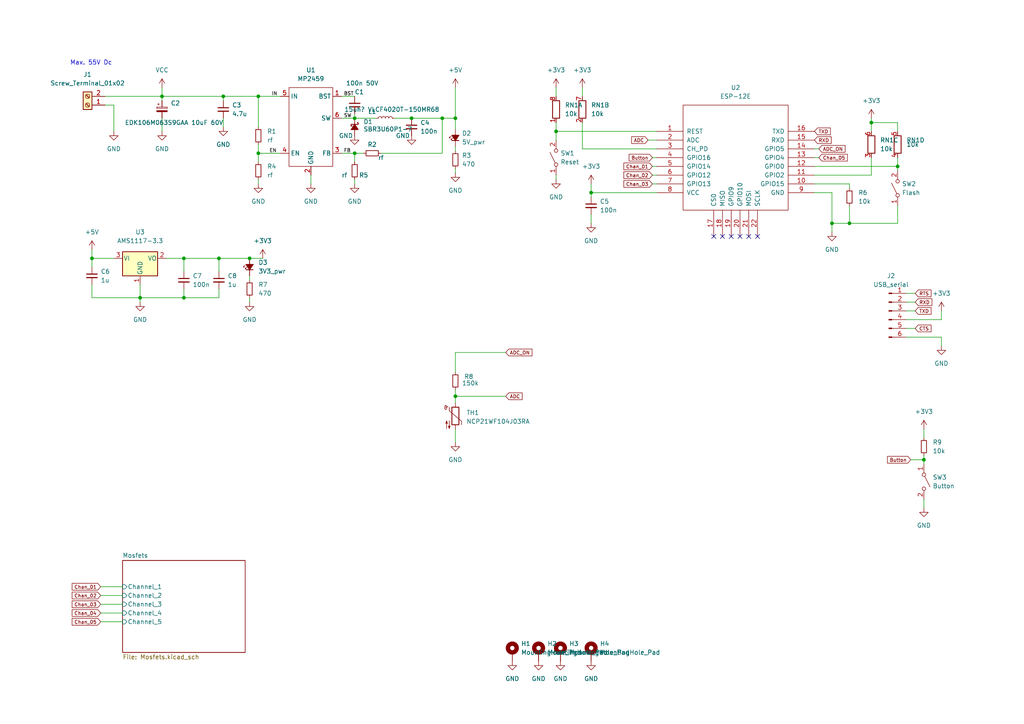
<source format=kicad_sch>
(kicad_sch (version 20230121) (generator eeschema)
  (paper "A4")
  (lib_symbols
    (symbol "Connector:Conn_01x06_Male" (pin_names (offset 1.016) hide)
      (property "Reference" "J" (at 0 7.62 0))
      (property "Value" "Conn_01x06_Male" (at 0 -10.16 0))
      (symbol "Conn_01x06_Male_1_1"
        (polyline (pts (xy 1.27 -7.62) (xy 0.8636 -7.62)) (stroke (width 0.1524)))
        (polyline (pts (xy 1.27 -5.08) (xy 0.8636 -5.08)) (stroke (width 0.1524)))
        (polyline (pts (xy 1.27 -2.54) (xy 0.8636 -2.54)) (stroke (width 0.1524)))
        (polyline (pts (xy 1.27 0) (xy 0.8636 0)) (stroke (width 0.1524)))
        (polyline (pts (xy 1.27 2.54) (xy 0.8636 2.54)) (stroke (width 0.1524)))
        (polyline (pts (xy 1.27 5.08) (xy 0.8636 5.08)) (stroke (width 0.1524)))
        (rectangle (start 0.8636 -7.493) (end 0 -7.747) (stroke (width 0.1524)) (fill (type outline)))
        (rectangle (start 0.8636 -4.953) (end 0 -5.207) (stroke (width 0.1524)) (fill (type outline)))
        (rectangle (start 0.8636 -2.413) (end 0 -2.667) (stroke (width 0.1524)) (fill (type outline)))
        (rectangle (start 0.8636 0.127) (end 0 -0.127) (stroke (width 0.1524)) (fill (type outline)))
        (rectangle (start 0.8636 2.667) (end 0 2.413) (stroke (width 0.1524)) (fill (type outline)))
        (rectangle (start 0.8636 5.207) (end 0 4.953) (stroke (width 0.1524)) (fill (type outline)))
        (pin passive line (at 5.08 5.08 180) (length 3.81) (name "Pin_1") (number "1"))
        (pin passive line (at 5.08 2.54 180) (length 3.81) (name "Pin_2") (number "2"))
        (pin passive line (at 5.08 0 180) (length 3.81) (name "Pin_3") (number "3"))
        (pin passive line (at 5.08 -2.54 180) (length 3.81) (name "Pin_4") (number "4"))
        (pin passive line (at 5.08 -5.08 180) (length 3.81) (name "Pin_5") (number "5"))
        (pin passive line (at 5.08 -7.62 180) (length 3.81) (name "Pin_6") (number "6"))
      )
    )
    (symbol "Connector:Screw_Terminal_01x02" (pin_names (offset 1.016) hide)
      (property "Reference" "J" (at 0 2.54 0))
      (property "Value" "Screw_Terminal_01x02" (at 0 -5.08 0))
      (symbol "Screw_Terminal_01x02_1_1"
        (rectangle (start -1.27 1.27) (end 1.27 -3.81) (stroke (width 0.254)) (fill (type background)))
        (circle (center 0 -2.54) (radius 0.635) (stroke (width 0.1524)))
        (polyline (pts (xy -0.5334 -2.2098) (xy 0.3302 -3.048)) (stroke (width 0.1524)))
        (polyline (pts (xy -0.5334 0.3302) (xy 0.3302 -0.508)) (stroke (width 0.1524)))
        (polyline (pts (xy -0.3556 -2.032) (xy 0.508 -2.8702)) (stroke (width 0.1524)))
        (polyline (pts (xy -0.3556 0.508) (xy 0.508 -0.3302)) (stroke (width 0.1524)))
        (circle (center 0 0) (radius 0.635) (stroke (width 0.1524)))
        (pin passive line (at -5.08 0 0) (length 3.81) (name "Pin_1") (number "1"))
        (pin passive line (at -5.08 -2.54 0) (length 3.81) (name "Pin_2") (number "2"))
      )
    )
    (symbol "Device:C_Polarized_Small" (pin_numbers hide) (pin_names (offset 0.254) hide)
      (property "Reference" "C" (at 0.254 1.778 0))
      (property "Value" "C_Polarized_Small" (at 0.254 -2.032 0))
      (symbol "C_Polarized_Small_0_1"
        (rectangle (start -1.524 -0.3048) (end 1.524 -0.6858) (fill (type outline)))
        (rectangle (start -1.524 0.6858) (end 1.524 0.3048))
        (polyline (pts (xy -1.27 1.524) (xy -0.762 1.524)))
        (polyline (pts (xy -1.016 1.27) (xy -1.016 1.778)))
      )
      (symbol "C_Polarized_Small_1_1"
        (pin passive line (at 0 2.54 270) (length 1.8542) (name "~") (number "1"))
        (pin passive line (at 0 -2.54 90) (length 1.8542) (name "~") (number "2"))
      )
    )
    (symbol "Device:C_Small" (pin_numbers hide) (pin_names (offset 0.254) hide)
      (property "Reference" "C" (at 0.254 1.778 0))
      (property "Value" "C_Small" (at 0.254 -2.032 0))
      (symbol "C_Small_0_1"
        (polyline (pts (xy -1.524 -0.508) (xy 1.524 -0.508)) (stroke (width 0.3302)))
        (polyline (pts (xy -1.524 0.508) (xy 1.524 0.508)) (stroke (width 0.3048)))
      )
      (symbol "C_Small_1_1"
        (pin passive line (at 0 2.54 270) (length 2.032) (name "~") (number "1"))
        (pin passive line (at 0 -2.54 90) (length 2.032) (name "~") (number "2"))
      )
    )
    (symbol "Device:D_Schottky_Small_Filled" (pin_numbers hide) (pin_names (offset 0.254) hide)
      (property "Reference" "D" (at -1.27 2.032 0))
      (property "Value" "D_Schottky_Small_Filled" (at -7.112 -2.032 0))
      (symbol "D_Schottky_Small_Filled_0_1"
        (polyline (pts (xy -0.762 0) (xy 0.762 0)))
        (polyline (pts (xy 0.762 -1.016) (xy -0.762 0) (xy 0.762 1.016) (xy 0.762 -1.016)) (stroke (width 0.254)) (fill (type outline)))
        (polyline (pts (xy -1.27 0.762) (xy -1.27 1.016) (xy -0.762 1.016) (xy -0.762 -1.016) (xy -0.254 -1.016) (xy -0.254 -0.762)) (stroke (width 0.254)))
      )
      (symbol "D_Schottky_Small_Filled_1_1"
        (pin passive line (at -2.54 0 0) (length 1.778) (name "K") (number "1"))
        (pin passive line (at 2.54 0 180) (length 1.778) (name "A") (number "2"))
      )
    )
    (symbol "Device:LED_Small_Filled" (pin_numbers hide) (pin_names (offset 0.254) hide)
      (property "Reference" "D" (at -1.27 3.175 0))
      (property "Value" "LED_Small_Filled" (at -4.445 -2.54 0))
      (symbol "LED_Small_Filled_0_1"
        (polyline (pts (xy -0.762 -1.016) (xy -0.762 1.016)) (stroke (width 0.254)))
        (polyline (pts (xy 1.016 0) (xy -0.762 0)))
        (polyline (pts (xy 0.762 -1.016) (xy -0.762 0) (xy 0.762 1.016) (xy 0.762 -1.016)) (stroke (width 0.254)) (fill (type outline)))
        (polyline (pts (xy 0 0.762) (xy -0.508 1.27) (xy -0.254 1.27) (xy -0.508 1.27) (xy -0.508 1.016)))
        (polyline (pts (xy 0.508 1.27) (xy 0 1.778) (xy 0.254 1.778) (xy 0 1.778) (xy 0 1.524)))
      )
      (symbol "LED_Small_Filled_1_1"
        (pin passive line (at -2.54 0 0) (length 1.778) (name "K") (number "1"))
        (pin passive line (at 2.54 0 180) (length 1.778) (name "A") (number "2"))
      )
    )
    (symbol "Device:L_Small" (pin_numbers hide) (pin_names (offset 0.254) hide)
      (property "Reference" "L" (at 0.762 1.016 0))
      (property "Value" "L_Small" (at 0.762 -1.016 0))
      (symbol "L_Small_0_1"
        (arc (start 0 -2.032) (mid 0.5058 -1.524) (end 0 -1.016))
        (arc (start 0 -1.016) (mid 0.5058 -0.508) (end 0 0))
        (arc (start 0 0) (mid 0.5058 0.508) (end 0 1.016))
        (arc (start 0 1.016) (mid 0.5058 1.524) (end 0 2.032))
      )
      (symbol "L_Small_1_1"
        (pin passive line (at 0 2.54 270) (length 0.508) (name "~") (number "1"))
        (pin passive line (at 0 -2.54 90) (length 0.508) (name "~") (number "2"))
      )
    )
    (symbol "Device:R_Pack04_Split" (pin_names (offset 0) hide)
      (property "Reference" "RN" (at 2.032 0 90))
      (property "Value" "R_Pack04_Split" (at 0 0 90))
      (symbol "R_Pack04_Split_0_1"
        (rectangle (start 1.016 2.54) (end -1.016 -2.54) (stroke (width 0.254)))
      )
      (symbol "R_Pack04_Split_1_1"
        (pin passive line (at 0 -3.81 90) (length 1.27) (name "R1.1") (number "1"))
        (pin passive line (at 0 3.81 270) (length 1.27) (name "R1.2") (number "8"))
      )
      (symbol "R_Pack04_Split_2_1"
        (pin passive line (at 0 -3.81 90) (length 1.27) (name "R2.1") (number "2"))
        (pin passive line (at 0 3.81 270) (length 1.27) (name "R2.2") (number "7"))
      )
      (symbol "R_Pack04_Split_3_1"
        (pin passive line (at 0 -3.81 90) (length 1.27) (name "R3.1") (number "3"))
        (pin passive line (at 0 3.81 270) (length 1.27) (name "R3.2") (number "6"))
      )
      (symbol "R_Pack04_Split_4_1"
        (pin passive line (at 0 -3.81 90) (length 1.27) (name "R4.1") (number "4"))
        (pin passive line (at 0 3.81 270) (length 1.27) (name "R4.2") (number "5"))
      )
    )
    (symbol "Device:R_Small" (pin_numbers hide) (pin_names (offset 0.254) hide)
      (property "Reference" "R" (at 0.762 0.508 0))
      (property "Value" "R_Small" (at 0.762 -1.016 0))
      (symbol "R_Small_0_1"
        (rectangle (start -0.762 1.778) (end 0.762 -1.778) (stroke (width 0.2032)))
      )
      (symbol "R_Small_1_1"
        (pin passive line (at 0 2.54 270) (length 0.762) (name "~") (number "1"))
        (pin passive line (at 0 -2.54 90) (length 0.762) (name "~") (number "2"))
      )
    )
    (symbol "Device:Thermistor_NTC" (pin_numbers hide) (pin_names (offset 0))
      (property "Reference" "TH" (at -4.445 0 90))
      (property "Value" "Thermistor_NTC" (at 3.175 0 90))
      (symbol "Thermistor_NTC_0_1"
        (arc (start -3.048 2.159) (mid -3.0495 2.3143) (end -3.175 2.413))
        (arc (start -3.048 2.159) (mid -2.9736 1.9794) (end -2.794 1.905))
        (arc (start -3.048 2.794) (mid -2.9736 2.6144) (end -2.794 2.54))
        (arc (start -2.794 1.905) (mid -2.6144 1.9794) (end -2.54 2.159))
        (arc (start -2.794 2.54) (mid -2.4393 2.5587) (end -2.159 2.794))
        (arc (start -2.794 3.048) (mid -2.9736 2.9736) (end -3.048 2.794))
        (arc (start -2.54 2.794) (mid -2.6144 2.9736) (end -2.794 3.048))
        (rectangle (start -1.016 2.54) (end 1.016 -2.54) (stroke (width 0.254)))
        (polyline (pts (xy -2.54 2.159) (xy -2.54 2.794)))
        (polyline (pts (xy -1.778 2.54) (xy -1.778 1.524) (xy 1.778 -1.524) (xy 1.778 -2.54)))
        (polyline (pts (xy -2.54 -3.683) (xy -2.54 -1.397) (xy -2.794 -2.159) (xy -2.286 -2.159) (xy -2.54 -1.397) (xy -2.54 -1.651)) (fill (type outline)))
        (polyline (pts (xy -1.778 -1.397) (xy -1.778 -3.683) (xy -2.032 -2.921) (xy -1.524 -2.921) (xy -1.778 -3.683) (xy -1.778 -3.429)) (fill (type outline)))
      )
      (symbol "Thermistor_NTC_1_1"
        (pin passive line (at 0 3.81 270) (length 1.27) (name "~") (number "1"))
        (pin passive line (at 0 -3.81 90) (length 1.27) (name "~") (number "2"))
      )
    )
    (symbol "ESP8266:ESP-12E" (pin_names (offset 1.016))
      (property "Reference" "U" (at 0 -2.54 0))
      (property "Value" "ESP-12E" (at 0 2.54 0))
      (symbol "ESP-12E_1_0"
        (rectangle (start -15.24 -15.24) (end 15.24 15.24))
      )
      (symbol "ESP-12E_1_1"
        (pin input line (at -22.86 7.62 0) (length 7.62) (name "REST") (number "1"))
        (pin bidirectional line (at 22.86 -7.62 180) (length 7.62) (name "GPIO15") (number "10"))
        (pin bidirectional line (at 22.86 -5.08 180) (length 7.62) (name "GPIO2") (number "11"))
        (pin bidirectional line (at 22.86 -2.54 180) (length 7.62) (name "GPIO0") (number "12"))
        (pin bidirectional line (at 22.86 0 180) (length 7.62) (name "GPIO4") (number "13"))
        (pin bidirectional line (at 22.86 2.54 180) (length 7.62) (name "GPIO5") (number "14"))
        (pin input line (at 22.86 5.08 180) (length 7.62) (name "RXD") (number "15"))
        (pin output line (at 22.86 7.62 180) (length 7.62) (name "TXD") (number "16"))
        (pin bidirectional line (at -6.35 -22.86 90) (length 7.62) (name "CS0") (number "17"))
        (pin bidirectional line (at -3.81 -22.86 90) (length 7.62) (name "MISO") (number "18"))
        (pin bidirectional line (at -1.27 -22.86 90) (length 7.62) (name "GPIO9") (number "19"))
        (pin passive line (at -22.86 5.08 0) (length 7.62) (name "ADC") (number "2"))
        (pin bidirectional line (at 1.27 -22.86 90) (length 7.62) (name "GPIO10") (number "20"))
        (pin bidirectional line (at 3.81 -22.86 90) (length 7.62) (name "MOSI") (number "21"))
        (pin bidirectional line (at 6.35 -22.86 90) (length 7.62) (name "SCLK") (number "22"))
        (pin input line (at -22.86 2.54 0) (length 7.62) (name "CH_PD") (number "3"))
        (pin bidirectional line (at -22.86 0 0) (length 7.62) (name "GPIO16") (number "4"))
        (pin bidirectional line (at -22.86 -2.54 0) (length 7.62) (name "GPIO14") (number "5"))
        (pin bidirectional line (at -22.86 -5.08 0) (length 7.62) (name "GPIO12") (number "6"))
        (pin bidirectional line (at -22.86 -7.62 0) (length 7.62) (name "GPIO13") (number "7"))
        (pin power_in line (at -22.86 -10.16 0) (length 7.62) (name "VCC") (number "8"))
        (pin power_in line (at 22.86 -10.16 180) (length 7.62) (name "GND") (number "9"))
      )
    )
    (symbol "Mechanical:MountingHole_Pad" (pin_numbers hide) (pin_names (offset 1.016) hide)
      (property "Reference" "H" (at 0 6.35 0))
      (property "Value" "MountingHole_Pad" (at 0 4.445 0))
      (symbol "MountingHole_Pad_0_1"
        (circle (center 0 1.27) (radius 1.27) (stroke (width 1.27)))
      )
      (symbol "MountingHole_Pad_1_1"
        (pin input line (at 0 -2.54 90) (length 2.54) (name "1") (number "1"))
      )
    )
    (symbol "Regulator_Linear:AMS1117-3.3" (pin_names (offset 0.254))
      (property "Reference" "U" (at -3.81 3.175 0))
      (property "Value" "AMS1117-3.3" (at 0 3.175 0))
      (symbol "AMS1117-3.3_0_1"
        (rectangle (start -5.08 -5.08) (end 5.08 1.905) (stroke (width 0.254)) (fill (type background)))
      )
      (symbol "AMS1117-3.3_1_1"
        (pin power_in line (at 0 -7.62 90) (length 2.54) (name "GND") (number "1"))
        (pin power_out line (at 7.62 0 180) (length 2.54) (name "VO") (number "2"))
        (pin power_in line (at -7.62 0 0) (length 2.54) (name "VI") (number "3"))
      )
    )
    (symbol "Switch:SW_SPST" (pin_names (offset 0) hide)
      (property "Reference" "SW" (at 0 3.175 0))
      (property "Value" "SW_SPST" (at 0 -2.54 0))
      (symbol "SW_SPST_0_0"
        (circle (center -2.032 0) (radius 0.508))
        (polyline (pts (xy -1.524 0.254) (xy 1.524 1.778)))
        (circle (center 2.032 0) (radius 0.508))
      )
      (symbol "SW_SPST_1_1"
        (pin passive line (at -5.08 0 0) (length 2.54) (name "A") (number "1"))
        (pin passive line (at 5.08 0 180) (length 2.54) (name "B") (number "2"))
      )
    )
    (symbol "mycomponents:MP2459"
      (property "Reference" "U" (at 3.81 -10.16 0))
      (property "Value" "MP2459" (at 0 15.24 0))
      (symbol "MP2459_0_1"
        (rectangle (start -6.35 13.97) (end 6.35 -8.89))
      )
      (symbol "MP2459_1_1"
        (pin output line (at 8.89 11.43 180) (length 2.54) (name "BST") (number "1"))
        (pin power_out line (at 0 -11.43 90) (length 2.54) (name "GND") (number "2"))
        (pin output line (at 8.89 -5.08 180) (length 2.54) (name "FB") (number "3"))
        (pin input line (at -8.89 -5.08 0) (length 2.54) (name "EN") (number "4"))
        (pin power_in line (at -8.89 11.43 0) (length 2.54) (name "IN") (number "5"))
        (pin output line (at 8.89 5.08 180) (length 2.54) (name "SW") (number "6"))
      )
    )
    (symbol "power:+3V3" (power) (pin_names (offset 0))
      (property "Value" "+3V3" (at 0 3.556 0))
      (symbol "+3V3_0_1"
        (polyline (pts (xy -0.762 1.27) (xy 0 2.54)))
        (polyline (pts (xy 0 0) (xy 0 2.54)))
        (polyline (pts (xy 0 2.54) (xy 0.762 1.27)))
      )
      (symbol "+3V3_1_1"
        (pin power_in line (at 0 0 90) (length 0) hide (name "+3V3") (number "1"))
      )
    )
    (symbol "power:+5V" (power) (pin_names (offset 0))
      (property "Value" "+5V" (at 0 3.556 0))
      (symbol "+5V_0_1"
        (polyline (pts (xy -0.762 1.27) (xy 0 2.54)))
        (polyline (pts (xy 0 0) (xy 0 2.54)))
        (polyline (pts (xy 0 2.54) (xy 0.762 1.27)))
      )
      (symbol "+5V_1_1"
        (pin power_in line (at 0 0 90) (length 0) hide (name "+5V") (number "1"))
      )
    )
    (symbol "power:GND" (power) (pin_names (offset 0))
      (property "Value" "GND" (at 0 -3.81 0))
      (symbol "GND_0_1"
        (polyline (pts (xy 0 0) (xy 0 -1.27) (xy 1.27 -1.27) (xy 0 -2.54) (xy -1.27 -1.27) (xy 0 -1.27)))
      )
      (symbol "GND_1_1"
        (pin power_in line (at 0 0 270) (length 0) hide (name "GND") (number "1"))
      )
    )
    (symbol "power:VCC" (power) (pin_names (offset 0))
      (property "Value" "VCC" (at 0 3.81 0))
      (symbol "VCC_0_1"
        (polyline (pts (xy -0.762 1.27) (xy 0 2.54)))
        (polyline (pts (xy 0 0) (xy 0 2.54)))
        (polyline (pts (xy 0 2.54) (xy 0.762 1.27)))
      )
      (symbol "VCC_1_1"
        (pin power_in line (at 0 0 90) (length 0) hide (name "VCC") (number "1"))
      )
    )
  )
  (junction (at 119.38 34.29))
  (junction (at 252.73 35.56))
  (junction (at 63.5 74.93))
  (junction (at 241.3 64.77))
  (junction (at 246.38 64.77))
  (junction (at 102.87 34.29))
  (junction (at 74.93 44.45))
  (junction (at 161.29 38.1))
  (junction (at 132.08 34.29))
  (junction (at 260.35 48.26))
  (junction (at 102.87 44.45))
  (junction (at 74.93 27.94))
  (junction (at 40.64 86.36))
  (junction (at 128.27 34.29))
  (junction (at 53.34 86.36))
  (junction (at 53.34 74.93))
  (junction (at 72.39 74.93))
  (junction (at 132.08 114.935))
  (junction (at 46.99 27.94))
  (junction (at 64.77 27.94))
  (junction (at 26.67 74.93))
  (junction (at 267.97 133.35))
  (junction (at 171.45 55.88))
  (no_connect (at 209.55 68.58))
  (no_connect (at 207.01 68.58))
  (no_connect (at 212.09 68.58))
  (no_connect (at 214.63 68.58))
  (no_connect (at 217.17 68.58))
  (no_connect (at 219.71 68.58))
  (wire (pts (xy 246.38 64.77) (xy 260.35 64.77)))
  (wire (pts (xy 262.89 85.09) (xy 265.43 85.09)))
  (wire (pts (xy 236.22 50.8) (xy 252.73 50.8)))
  (wire (pts (xy 90.17 50.8) (xy 90.17 53.34)))
  (wire (pts (xy 252.73 35.56) (xy 252.73 38.1)))
  (wire (pts (xy 189.23 48.26) (xy 190.5 48.26)))
  (wire (pts (xy 72.39 74.93) (xy 76.2 74.93)))
  (wire (pts (xy 262.89 92.71) (xy 273.05 92.71)))
  (wire (pts (xy 64.77 27.94) (xy 74.93 27.94)))
  (wire (pts (xy 246.38 59.69) (xy 246.38 64.77)))
  (wire (pts (xy 171.45 55.88) (xy 190.5 55.88)))
  (wire (pts (xy 260.35 59.69) (xy 260.35 64.77)))
  (wire (pts (xy 264.16 133.35) (xy 267.97 133.35)))
  (wire (pts (xy 114.3 34.29) (xy 119.38 34.29)))
  (wire (pts (xy 74.93 44.45) (xy 81.28 44.45)))
  (wire (pts (xy 262.89 90.17) (xy 265.43 90.17)))
  (wire (pts (xy 26.67 86.36) (xy 26.67 82.55)))
  (wire (pts (xy 132.08 124.46) (xy 132.08 128.27)))
  (wire (pts (xy 74.93 41.91) (xy 74.93 44.45)))
  (wire (pts (xy 189.23 53.34) (xy 190.5 53.34)))
  (wire (pts (xy 102.87 34.29) (xy 109.22 34.29)))
  (wire (pts (xy 64.77 34.29) (xy 64.77 36.83)))
  (wire (pts (xy 40.64 86.36) (xy 53.34 86.36)))
  (wire (pts (xy 53.34 74.93) (xy 53.34 78.74)))
  (wire (pts (xy 267.97 124.46) (xy 267.97 127)))
  (wire (pts (xy 262.89 95.25) (xy 265.43 95.25)))
  (wire (pts (xy 29.21 175.26) (xy 35.56 175.26)))
  (wire (pts (xy 236.22 53.34) (xy 246.38 53.34)))
  (wire (pts (xy 99.06 34.29) (xy 102.87 34.29)))
  (wire (pts (xy 252.73 50.8) (xy 252.73 45.72)))
  (wire (pts (xy 74.93 27.94) (xy 81.28 27.94)))
  (wire (pts (xy 110.49 44.45) (xy 128.27 44.45)))
  (wire (pts (xy 132.08 42.545) (xy 132.08 43.815)))
  (wire (pts (xy 161.29 25.4) (xy 161.29 27.94)))
  (wire (pts (xy 132.08 113.03) (xy 132.08 114.935)))
  (wire (pts (xy 273.05 97.79) (xy 273.05 100.33)))
  (wire (pts (xy 53.34 86.36) (xy 63.5 86.36)))
  (wire (pts (xy 267.97 133.35) (xy 267.97 134.62)))
  (wire (pts (xy 246.38 53.34) (xy 246.38 54.61)))
  (wire (pts (xy 171.45 55.88) (xy 171.45 57.15)))
  (wire (pts (xy 171.45 62.23) (xy 171.45 64.77)))
  (wire (pts (xy 189.23 50.8) (xy 190.5 50.8)))
  (wire (pts (xy 33.02 30.48) (xy 33.02 38.1)))
  (wire (pts (xy 236.22 45.72) (xy 237.49 45.72)))
  (wire (pts (xy 72.39 80.01) (xy 72.39 81.28)))
  (wire (pts (xy 102.87 44.45) (xy 102.87 46.99)))
  (wire (pts (xy 168.91 25.4) (xy 168.91 27.94)))
  (wire (pts (xy 260.35 45.72) (xy 260.35 48.26)))
  (wire (pts (xy 236.22 55.88) (xy 241.3 55.88)))
  (wire (pts (xy 132.08 114.935) (xy 132.08 116.84)))
  (wire (pts (xy 46.99 27.94) (xy 46.99 29.21)))
  (wire (pts (xy 132.08 34.29) (xy 132.08 37.465)))
  (wire (pts (xy 63.5 83.82) (xy 63.5 86.36)))
  (wire (pts (xy 26.67 86.36) (xy 40.64 86.36)))
  (wire (pts (xy 161.29 38.1) (xy 161.29 40.64)))
  (wire (pts (xy 46.99 34.29) (xy 46.99 38.1)))
  (wire (pts (xy 119.38 34.29) (xy 128.27 34.29)))
  (wire (pts (xy 267.97 144.78) (xy 267.97 147.32)))
  (wire (pts (xy 26.67 74.93) (xy 33.02 74.93)))
  (wire (pts (xy 40.64 86.36) (xy 40.64 87.63)))
  (wire (pts (xy 128.27 34.29) (xy 132.08 34.29)))
  (wire (pts (xy 236.22 43.18) (xy 237.49 43.18)))
  (wire (pts (xy 187.96 40.64) (xy 190.5 40.64)))
  (wire (pts (xy 29.21 177.8) (xy 35.56 177.8)))
  (wire (pts (xy 46.99 25.4) (xy 46.99 27.94)))
  (wire (pts (xy 260.35 48.26) (xy 260.35 49.53)))
  (wire (pts (xy 260.35 38.1) (xy 260.35 35.56)))
  (wire (pts (xy 74.93 52.07) (xy 74.93 53.34)))
  (wire (pts (xy 252.73 34.29) (xy 252.73 35.56)))
  (wire (pts (xy 102.87 44.45) (xy 105.41 44.45)))
  (wire (pts (xy 161.29 35.56) (xy 161.29 38.1)))
  (wire (pts (xy 262.89 87.63) (xy 265.43 87.63)))
  (wire (pts (xy 26.67 72.39) (xy 26.67 74.93)))
  (wire (pts (xy 273.05 90.17) (xy 273.05 92.71)))
  (wire (pts (xy 168.91 35.56) (xy 168.91 43.18)))
  (wire (pts (xy 241.3 67.31) (xy 241.3 64.77)))
  (wire (pts (xy 74.93 27.94) (xy 74.93 36.83)))
  (wire (pts (xy 63.5 74.93) (xy 63.5 78.74)))
  (wire (pts (xy 132.08 25.4) (xy 132.08 34.29)))
  (wire (pts (xy 132.08 114.935) (xy 146.685 114.935)))
  (wire (pts (xy 29.21 172.72) (xy 35.56 172.72)))
  (wire (pts (xy 161.29 50.8) (xy 161.29 52.07)))
  (wire (pts (xy 53.34 74.93) (xy 63.5 74.93)))
  (wire (pts (xy 46.99 27.94) (xy 64.77 27.94)))
  (wire (pts (xy 171.45 53.34) (xy 171.45 55.88)))
  (wire (pts (xy 236.22 48.26) (xy 260.35 48.26)))
  (wire (pts (xy 128.27 34.29) (xy 128.27 44.45)))
  (wire (pts (xy 161.29 38.1) (xy 190.5 38.1)))
  (wire (pts (xy 48.26 74.93) (xy 53.34 74.93)))
  (wire (pts (xy 189.23 45.72) (xy 190.5 45.72)))
  (wire (pts (xy 53.34 83.82) (xy 53.34 86.36)))
  (wire (pts (xy 26.67 74.93) (xy 26.67 77.47)))
  (wire (pts (xy 30.48 30.48) (xy 33.02 30.48)))
  (wire (pts (xy 132.08 48.895) (xy 132.08 50.165)))
  (wire (pts (xy 64.77 27.94) (xy 64.77 29.21)))
  (wire (pts (xy 267.97 132.08) (xy 267.97 133.35)))
  (wire (pts (xy 40.64 82.55) (xy 40.64 86.36)))
  (wire (pts (xy 30.48 27.94) (xy 46.99 27.94)))
  (wire (pts (xy 260.35 35.56) (xy 252.73 35.56)))
  (wire (pts (xy 132.08 107.95) (xy 132.08 102.235)))
  (wire (pts (xy 262.89 97.79) (xy 273.05 97.79)))
  (wire (pts (xy 63.5 74.93) (xy 72.39 74.93)))
  (wire (pts (xy 29.21 180.34) (xy 35.56 180.34)))
  (wire (pts (xy 72.39 86.36) (xy 72.39 87.63)))
  (wire (pts (xy 168.91 43.18) (xy 190.5 43.18)))
  (wire (pts (xy 132.08 102.235) (xy 146.685 102.235)))
  (wire (pts (xy 99.06 44.45) (xy 102.87 44.45)))
  (wire (pts (xy 29.21 170.18) (xy 35.56 170.18)))
  (wire (pts (xy 102.87 33.02) (xy 102.87 34.29)))
  (wire (pts (xy 74.93 44.45) (xy 74.93 46.99)))
  (wire (pts (xy 241.3 64.77) (xy 241.3 55.88)))
  (wire (pts (xy 99.06 27.94) (xy 102.87 27.94)))
  (wire (pts (xy 102.87 52.07) (xy 102.87 53.34)))
  (wire (pts (xy 246.38 64.77) (xy 241.3 64.77)))
  (text "Changelog:\nrev1: initial\n\nTodo\nMaybe ADC an Thermistor für Temeraturüberwachung der Mosfet`s?\nSMD Capacitäten im Keller ausmessen: Welcher Footprint" (at 10.16 -7.62 0) (effects (font (size 1.27 1.27)) (justify left bottom)))
  (text "Max. 55V Dc" (at 20.32 19.05 0) (effects (font (size 1.27 1.27)) (justify left bottom)))
  (label "IN" (at 78.74 27.94 0) (effects (font (size 1 1))))
  (label "SW" (at 99.695 34.29 0) (effects (font (size 1 1))))
  (label "BST" (at 99.695 27.94 0) (effects (font (size 1 1))))
  (label "FB" (at 99.695 44.45 0) (effects (font (size 1 1))))
  (label "EN" (at 78.105 44.45 0) (effects (font (size 1 1))))
  (global_label "ADC_ON" (shape input) (at 237.49 43.18 0) (effects (font (size 1 1))) (property "Intersheetrefs" "${INTERSHEET_REFS}" (effects hide)))
  (global_label "Chan_03" (shape input) (at 189.23 53.34 180) (effects (font (size 1 1))) (property "Intersheetrefs" "${INTERSHEET_REFS}" (effects hide)))
  (global_label "Chan_01" (shape input) (at 189.23 48.26 180) (effects (font (size 1 1))) (property "Intersheetrefs" "${INTERSHEET_REFS}" (effects hide)))
  (global_label "RTS" (shape input) (at 265.43 85.09 0) (effects (font (size 1 1))) (property "Intersheetrefs" "${INTERSHEET_REFS}" (effects hide)))
  (global_label "Button" (shape input) (at 264.16 133.35 180) (effects (font (size 1 1))) (property "Intersheetrefs" "${INTERSHEET_REFS}" (effects hide)))
  (global_label "Chan_03" (shape input) (at 29.21 175.26 180) (effects (font (size 1 1))) (property "Intersheetrefs" "${INTERSHEET_REFS}" (effects hide)))
  (global_label "ADC" (shape input) (at 187.96 40.64 180) (effects (font (size 1 1))) (property "Intersheetrefs" "${INTERSHEET_REFS}" (effects hide)))
  (global_label "Chan_01" (shape input) (at 29.21 170.18 180) (effects (font (size 1 1))) (property "Intersheetrefs" "${INTERSHEET_REFS}" (effects hide)))
  (global_label "Chan_05" (shape input) (at 29.21 180.34 180) (effects (font (size 1 1))) (property "Intersheetrefs" "${INTERSHEET_REFS}" (effects hide)))
  (global_label "CTS" (shape input) (at 265.43 95.25 0) (effects (font (size 1 1))) (property "Intersheetrefs" "${INTERSHEET_REFS}" (effects hide)))
  (global_label "TXD" (shape input) (at 265.43 90.17 0) (effects (font (size 1 1))) (property "Intersheetrefs" "${INTERSHEET_REFS}" (effects hide)))
  (global_label "Chan_02" (shape input) (at 189.23 50.8 180) (effects (font (size 1 1))) (property "Intersheetrefs" "${INTERSHEET_REFS}" (effects hide)))
  (global_label "Chan_04" (shape input) (at 29.21 177.8 180) (effects (font (size 1 1))) (property "Intersheetrefs" "${INTERSHEET_REFS}" (effects hide)))
  (global_label "Chan_05" (shape input) (at 237.49 45.72 0) (effects (font (size 1 1))) (property "Intersheetrefs" "${INTERSHEET_REFS}" (effects hide)))
  (global_label "TXD" (shape input) (at 236.22 38.1 0) (effects (font (size 1 1))) (property "Intersheetrefs" "${INTERSHEET_REFS}" (effects hide)))
  (global_label "Chan_02" (shape input) (at 29.21 172.72 180) (effects (font (size 1 1))) (property "Intersheetrefs" "${INTERSHEET_REFS}" (effects hide)))
  (global_label "ADC_ON" (shape input) (at 146.685 102.235 0) (effects (font (size 1 1))) (property "Intersheetrefs" "${INTERSHEET_REFS}" (effects hide)))
  (global_label "ADC" (shape input) (at 146.685 114.935 0) (effects (font (size 1 1))) (property "Intersheetrefs" "${INTERSHEET_REFS}" (effects hide)))
  (global_label "RXD" (shape input) (at 236.22 40.64 0) (effects (font (size 1 1))) (property "Intersheetrefs" "${INTERSHEET_REFS}" (effects hide)))
  (global_label "RXD" (shape input) (at 265.43 87.63 0) (effects (font (size 1 1))) (property "Intersheetrefs" "${INTERSHEET_REFS}" (effects hide)))
  (global_label "Button" (shape input) (at 189.23 45.72 180) (effects (font (size 1 1))) (property "Intersheetrefs" "${INTERSHEET_REFS}" (effects hide)))
  (symbol (lib_id "power:GND") (at 162.56 191.77 0) (unit 1)
    (property "Reference" "#PWR030" (effects hide))
    (property "Value" "GND" (at 162.56 196.85 0))
  )
  (symbol (lib_id "power:+3V3") (at 161.29 25.4 0) (unit 1)
    (property "Reference" "#PWR03" (effects hide))
    (property "Value" "+3V3" (at 161.29 20.32 0))
  )
  (symbol (lib_id "Mechanical:MountingHole_Pad") (at 148.59 189.23 0) (unit 1)
    (property "Reference" "H1" (at 151.13 186.6899 0) (effects (justify left)))
    (property "Value" "MountingHole_Pad" (at 151.13 189.2299 0) (effects (justify left)))
    (property "Footprint" "mycomponents:MountingHole_3.2mm_M3_Pad_Via_star" (effects hide))
  )
  (symbol (lib_id "power:GND") (at 273.05 100.33 0) (unit 1)
    (property "Reference" "#PWR024" (effects hide))
    (property "Value" "GND" (at 273.05 105.41 0))
  )
  (symbol (lib_id "Device:R_Small") (at 74.93 39.37 0) (unit 1)
    (property "Reference" "R1" (at 77.47 38.0999 0) (effects (justify left)))
    (property "Value" "rf" (at 77.47 40.6399 0) (effects (justify left)))
    (property "Footprint" "Resistor_SMD:R_0805_2012Metric" (effects hide))
  )
  (symbol (lib_id "power:GND") (at 33.02 38.1 0) (unit 1)
    (property "Reference" "#PWR07" (effects hide))
    (property "Value" "GND" (at 33.02 43.18 0))
  )
  (symbol (lib_id "Device:Thermistor_NTC") (at 132.08 120.65 0) (unit 1)
    (property "Reference" "TH1" (at 135.255 119.6974 0) (effects (justify left)))
    (property "Value" "NCP21WF104J03RA" (at 135.255 122.2374 0) (effects (justify left)))
    (property "Footprint" "Resistor_SMD:R_0805_2012Metric_Pad1.20x1.40mm_HandSolder" (effects hide))
    (property "Datasheet" "https://www.mouser.de/ProductDetail/Murata-Electronics/NCP21WF104J03RA?qs=h0qUPQyyc9eAo3Sfle8I0w%3D%3D" (effects hide))
  )
  (symbol (lib_id "power:VCC") (at 46.99 25.4 0) (unit 1)
    (property "Reference" "#PWR01" (effects hide))
    (property "Value" "VCC" (at 46.99 20.32 0))
  )
  (symbol (lib_id "power:GND") (at 132.08 50.165 0) (unit 1)
    (property "Reference" "#PWR011" (effects hide))
    (property "Value" "GND" (at 132.08 55.245 0))
  )
  (symbol (lib_id "Mechanical:MountingHole_Pad") (at 156.21 189.23 0) (unit 1)
    (property "Reference" "H2" (at 158.75 186.6899 0) (effects (justify left)))
    (property "Value" "MountingHole_Pad" (at 158.75 189.2299 0) (effects (justify left)))
    (property "Footprint" "mycomponents:MountingHole_3.2mm_M3_Pad_Via_star" (effects hide))
  )
  (symbol (lib_id "Connector:Conn_01x06_Male") (at 257.81 90.17 0) (unit 1)
    (property "Reference" "J2" (at 258.445 80.01 0))
    (property "Value" "USB_serial" (at 258.445 82.55 0))
    (property "Footprint" "mycomponents:Pin_Header_Straight_1x06_smaller" (effects hide))
  )
  (symbol (lib_id "Device:C_Small") (at 53.34 81.28 0) (unit 1)
    (property "Reference" "C7" (at 55.88 80.0162 0) (effects (justify left)))
    (property "Value" "100n" (at 55.88 82.5562 0) (effects (justify left)))
    (property "Footprint" "Capacitor_SMD:C_0805_2012Metric" (effects hide))
  )
  (symbol (lib_id "Device:R_Small") (at 74.93 49.53 0) (unit 1)
    (property "Reference" "R4" (at 77.47 48.2599 0) (effects (justify left)))
    (property "Value" "rf" (at 77.47 50.7999 0) (effects (justify left)))
    (property "Footprint" "Resistor_SMD:R_0805_2012Metric" (effects hide))
  )
  (symbol (lib_id "Device:D_Schottky_Small_Filled") (at 102.87 36.83 270) (unit 1)
    (property "Reference" "D1" (at 105.41 35.3059 90) (effects (justify left)))
    (property "Value" "SBR3U60P1-7" (at 105.41 37.465 90) (effects (justify left)))
    (property "Footprint" "Diode_SMD:D_PowerDI-123" (effects hide))
    (property "Datasheet" "https://www.mouser.de/ProductDetail/Diodes-Incorporated/SBR3U60P1-7?qs=EumP11lMQtNogJZjibK0jQ%3D%3D" (effects hide))
    (property "alternativ" "DFLS1100Q-7" (effects hide))
  )
  (symbol (lib_id "power:+3V3") (at 168.91 25.4 0) (unit 1)
    (property "Reference" "#PWR04" (effects hide))
    (property "Value" "+3V3" (at 168.91 20.32 0))
  )
  (symbol (lib_id "power:GND") (at 46.99 38.1 0) (unit 1)
    (property "Reference" "#PWR08" (effects hide))
    (property "Value" "GND" (at 46.99 43.18 0))
  )
  (symbol (lib_id "Device:R_Small") (at 72.39 83.82 0) (unit 1)
    (property "Reference" "R7" (at 74.93 82.5499 0) (effects (justify left)))
    (property "Value" "470" (at 74.93 85.0899 0) (effects (justify left)))
    (property "Footprint" "Resistor_SMD:R_0805_2012Metric" (effects hide))
  )
  (symbol (lib_id "Device:LED_Small_Filled") (at 132.08 40.005 90) (unit 1)
    (property "Reference" "D2" (at 133.985 38.6714 90) (effects (justify right)))
    (property "Value" "5V_pwr" (at 133.985 41.2114 90) (effects (justify right)))
    (property "Footprint" "LED_SMD:LED_0805_2012Metric" (effects hide))
  )
  (symbol (lib_id "power:GND") (at 171.45 64.77 0) (unit 1)
    (property "Reference" "#PWR017" (effects hide))
    (property "Value" "GND" (at 171.45 69.85 0))
  )
  (symbol (lib_id "Device:R_Small") (at 102.87 49.53 0) (unit 1)
    (property "Reference" "R5" (at 104.14 50.8 0) (effects (justify left)))
    (property "Value" "rf" (at 99.06 50.8 0) (effects (justify left)))
    (property "Footprint" "Resistor_SMD:R_0805_2012Metric" (effects hide))
  )
  (symbol (lib_id "power:GND") (at 102.87 39.37 0) (unit 1)
    (property "Reference" "#PWR09" (effects hide))
    (property "Value" "GND" (at 100.33 39.37 0))
  )
  (symbol (lib_id "Switch:SW_SPST") (at 267.97 139.7 270) (unit 1)
    (property "Reference" "SW3" (at 270.51 138.4299 90) (effects (justify left)))
    (property "Value" "Button" (at 270.51 140.9699 90) (effects (justify left)))
    (property "Footprint" "mycomponents:SW_SPST_MiniSMD" (effects hide))
  )
  (symbol (lib_id "power:GND") (at 64.77 36.83 0) (unit 1)
    (property "Reference" "#PWR06" (effects hide))
    (property "Value" "GND" (at 64.77 41.91 0))
  )
  (symbol (lib_id "power:+3V3") (at 267.97 124.46 0) (unit 1)
    (property "Reference" "#PWR025" (effects hide))
    (property "Value" "+3V3" (at 267.97 119.38 0))
  )
  (symbol (lib_id "Device:R_Pack04_Split") (at 260.35 41.91 0) (unit 4)
    (property "Reference" "RN1" (at 262.89 40.6399 0) (effects (justify left)))
    (property "Value" "10k" (at 262.89 41.91 0) (effects (justify left)))
    (property "Footprint" "Resistor_SMD:R_Array_Convex_4x0603" (effects hide))
  )
  (symbol (lib_id "power:+3V3") (at 76.2 74.93 0) (unit 1)
    (property "Reference" "#PWR020" (effects hide))
    (property "Value" "+3V3" (at 76.2 69.85 0))
  )
  (symbol (lib_id "Device:R_Small") (at 246.38 57.15 180) (unit 1)
    (property "Reference" "R6" (at 248.92 55.8799 0) (effects (justify right)))
    (property "Value" "10k" (at 248.92 58.4199 0) (effects (justify right)))
    (property "Footprint" "Resistor_SMD:R_0805_2012Metric" (effects hide))
  )
  (symbol (lib_id "Device:C_Small") (at 102.87 30.48 0) (unit 1)
    (property "Reference" "C1" (at 102.87 26.67 0) (effects (justify left)))
    (property "Value" "100n 50V" (at 100.33 24.13 0) (effects (justify left)))
    (property "Footprint" "Capacitor_SMD:C_0805_2012Metric" (effects hide))
  )
  (symbol (lib_id "power:GND") (at 40.64 87.63 0) (unit 1)
    (property "Reference" "#PWR021" (effects hide))
    (property "Value" "GND" (at 40.64 92.71 0))
  )
  (symbol (lib_id "Device:R_Small") (at 267.97 129.54 0) (unit 1)
    (property "Reference" "R9" (at 270.51 128.2699 0) (effects (justify left)))
    (property "Value" "10k" (at 270.51 130.8099 0) (effects (justify left)))
    (property "Footprint" "Resistor_SMD:R_0805_2012Metric" (effects hide))
  )
  (symbol (lib_id "power:+5V") (at 26.67 72.39 0) (unit 1)
    (property "Reference" "#PWR019" (effects hide))
    (property "Value" "+5V" (at 26.67 67.31 0))
  )
  (symbol (lib_id "mycomponents:MP2459") (at 90.17 39.37 0) (unit 1)
    (property "Reference" "U1" (at 90.17 20.32 0))
    (property "Value" "MP2459" (at 90.17 22.86 0))
    (property "Footprint" "Package_TO_SOT_SMD:SOT-23-6_Handsoldering" (effects hide))
    (property "Datasheet" "https://www.mouser.de/datasheet/2/277/MP2459GJ_Z-2945766.pdf" (effects hide))
  )
  (symbol (lib_id "Device:C_Small") (at 119.38 36.83 0) (unit 1)
    (property "Reference" "C4" (at 121.92 35.5662 0) (effects (justify left)))
    (property "Value" "100n" (at 121.92 38.1062 0) (effects (justify left)))
    (property "Footprint" "Capacitor_SMD:C_0805_2012Metric" (effects hide))
  )
  (symbol (lib_id "power:GND") (at 241.3 67.31 0) (unit 1)
    (property "Reference" "#PWR018" (effects hide))
    (property "Value" "GND" (at 241.3 72.39 0))
  )
  (symbol (lib_id "Regulator_Linear:AMS1117-3.3") (at 40.64 74.93 0) (unit 1)
    (property "Reference" "U3" (at 40.64 67.31 0))
    (property "Value" "AMS1117-3.3" (at 40.64 69.85 0))
    (property "Footprint" "Package_TO_SOT_SMD:SOT-223-3_TabPin2" (effects hide))
    (property "Datasheet" "http://www.advanced-monolithic.com/pdf/ds1117.pdf" (effects hide))
    (property "Alternativ" " TLV1117-33IDCY" (effects hide))
  )
  (symbol (lib_id "power:+3V3") (at 252.73 34.29 0) (unit 1)
    (property "Reference" "#PWR05" (effects hide))
    (property "Value" "+3V3" (at 252.73 29.21 0))
  )
  (symbol (lib_id "Device:C_Small") (at 171.45 59.69 0) (unit 1)
    (property "Reference" "C5" (at 173.99 58.4262 0) (effects (justify left)))
    (property "Value" "100n" (at 173.99 60.9662 0) (effects (justify left)))
    (property "Footprint" "Capacitor_SMD:C_0805_2012Metric" (effects hide))
  )
  (symbol (lib_id "Switch:SW_SPST") (at 260.35 54.61 90) (unit 1)
    (property "Reference" "SW2" (at 261.62 53.3399 90) (effects (justify right)))
    (property "Value" "Flash" (at 261.62 55.8799 90) (effects (justify right)))
    (property "Footprint" "mycomponents:SW_SPST_MiniSMD" (effects hide))
  )
  (symbol (lib_id "Device:C_Small") (at 63.5 81.28 0) (unit 1)
    (property "Reference" "C8" (at 66.04 80.0162 0) (effects (justify left)))
    (property "Value" "1u" (at 66.04 82.5562 0) (effects (justify left)))
    (property "Footprint" "Capacitor_SMD:C_0805_2012Metric" (effects hide))
  )
  (symbol (lib_id "Device:R_Pack04_Split") (at 252.73 41.91 0) (unit 3)
    (property "Reference" "RN1" (at 255.27 40.6399 0) (effects (justify left)))
    (property "Value" "10k" (at 255.27 43.1799 0) (effects (justify left)))
    (property "Footprint" "Resistor_SMD:R_Array_Convex_4x0603" (effects hide))
  )
  (symbol (lib_id "power:+3V3") (at 273.05 90.17 0) (unit 1)
    (property "Reference" "#PWR023" (effects hide))
    (property "Value" "+3V3" (at 273.05 85.09 0))
  )
  (symbol (lib_id "Device:L_Small") (at 111.76 34.29 90) (unit 1)
    (property "Reference" "L1" (at 107.95 32.385 90))
    (property "Value" "15uh? VLCF4020T-150MR68" (at 113.665 31.75 90))
    (property "Footprint" "mycomponents:TDK_VLCF4020" (effects hide))
    (property "Datasheet" "https://product.tdk.com/system/files/dam/doc/product/inductor/inductor/smd/catalog/inductor_commercial_power_vlcf4020_en.pdf?ref_disty=mouser" (effects hide))
  )
  (symbol (lib_id "ESP8266:ESP-12E") (at 213.36 45.72 0) (unit 1)
    (property "Reference" "U2" (at 213.36 25.4 0))
    (property "Value" "ESP-12E" (at 213.36 27.94 0))
    (property "Footprint" "ESP8266:ESP-12E_SMD" (effects hide))
    (property "Datasheet" "http://l0l.org.uk/2014/12/esp8266-modules-hardware-guide-gotta-catch-em-all/" (effects hide))
  )
  (symbol (lib_id "power:GND") (at 148.59 191.77 0) (unit 1)
    (property "Reference" "#PWR028" (effects hide))
    (property "Value" "GND" (at 148.59 196.85 0))
  )
  (symbol (lib_id "power:GND") (at 119.38 39.37 0) (unit 1)
    (property "Reference" "#PWR010" (effects hide))
    (property "Value" "GND" (at 116.84 39.37 0))
  )
  (symbol (lib_id "power:+5V") (at 132.08 25.4 0) (unit 1)
    (property "Reference" "#PWR02" (effects hide))
    (property "Value" "+5V" (at 132.08 20.32 0))
  )
  (symbol (lib_id "Device:R_Small") (at 132.08 46.355 0) (unit 1)
    (property "Reference" "R3" (at 133.985 45.0849 0) (effects (justify left)))
    (property "Value" "470" (at 133.985 47.6249 0) (effects (justify left)))
    (property "Footprint" "Resistor_SMD:R_0805_2012Metric" (effects hide))
  )
  (symbol (lib_id "Connector:Screw_Terminal_01x02") (at 25.4 30.48 180) (unit 1)
    (property "Reference" "J1" (at 25.4 21.59 0))
    (property "Value" "Screw_Terminal_01x02" (at 25.4 24.13 0))
    (property "Footprint" "TerminalBlock_Phoenix:TerminalBlock_Phoenix_MKDS-3-2-5.08_1x02_P5.08mm_Horizontal" (effects hide))
  )
  (symbol (lib_id "power:GND") (at 132.08 128.27 0) (unit 1)
    (property "Reference" "#PWR026" (effects hide))
    (property "Value" "GND" (at 132.08 133.35 0))
  )
  (symbol (lib_id "power:GND") (at 102.87 53.34 0) (unit 1)
    (property "Reference" "#PWR015" (effects hide))
    (property "Value" "GND" (at 102.87 58.42 0))
  )
  (symbol (lib_id "Mechanical:MountingHole_Pad") (at 171.45 189.23 0) (unit 1)
    (property "Reference" "H4" (at 173.99 186.6899 0) (effects (justify left)))
    (property "Value" "MountingHole_Pad" (at 173.99 189.2299 0) (effects (justify left)))
    (property "Footprint" "mycomponents:MountingHole_3.2mm_M3_Pad_Via_star" (effects hide))
  )
  (symbol (lib_id "Device:R_Small") (at 107.95 44.45 90) (unit 1)
    (property "Reference" "R2" (at 107.95 41.91 90))
    (property "Value" "rf" (at 110.49 45.72 90))
    (property "Footprint" "Resistor_SMD:R_0805_2012Metric" (effects hide))
  )
  (symbol (lib_id "Device:C_Small") (at 64.77 31.75 0) (unit 1)
    (property "Reference" "C3" (at 67.31 30.4862 0) (effects (justify left)))
    (property "Value" "4.7u" (at 67.31 33.0262 0) (effects (justify left)))
    (property "Footprint" "Capacitor_SMD:C_0805_2012Metric" (effects hide))
  )
  (symbol (lib_id "Device:C_Polarized_Small") (at 46.99 31.75 0) (unit 1)
    (property "Reference" "C2" (at 49.53 29.9338 0) (effects (justify left)))
    (property "Value" "EDK106M063S9GAA 10uF 60V" (at 36.195 35.56 0) (effects (justify left)))
    (property "Footprint" "Capacitor_SMD:CP_Elec_6.3x5.7" (effects hide))
    (property "Datasheet" "https://www.mouser.de/datasheet/2/212/KEM_A4001_EDK-1094671.pdf" (effects hide))
  )
  (symbol (lib_id "power:GND") (at 74.93 53.34 0) (unit 1)
    (property "Reference" "#PWR013" (effects hide))
    (property "Value" "GND" (at 74.93 58.42 0))
  )
  (symbol (lib_id "power:GND") (at 161.29 52.07 0) (unit 1)
    (property "Reference" "#PWR012" (effects hide))
    (property "Value" "GND" (at 161.29 57.15 0))
  )
  (symbol (lib_id "power:+3V3") (at 171.45 53.34 0) (unit 1)
    (property "Reference" "#PWR016" (effects hide))
    (property "Value" "+3V3" (at 171.45 48.26 0))
  )
  (symbol (lib_id "Switch:SW_SPST") (at 161.29 45.72 90) (unit 1)
    (property "Reference" "SW1" (at 162.56 44.4499 90) (effects (justify right)))
    (property "Value" "Reset" (at 162.56 46.9899 90) (effects (justify right)))
    (property "Footprint" "mycomponents:SW_SPST_MiniSMD" (effects hide))
  )
  (symbol (lib_id "power:GND") (at 171.45 191.77 0) (unit 1)
    (property "Reference" "#PWR031" (effects hide))
    (property "Value" "GND" (at 171.45 196.85 0))
  )
  (symbol (lib_id "Device:R_Pack04_Split") (at 161.29 31.75 0) (unit 1)
    (property "Reference" "RN1" (at 163.83 30.4799 0) (effects (justify left)))
    (property "Value" "10k" (at 163.83 33.0199 0) (effects (justify left)))
    (property "Footprint" "Resistor_SMD:R_Array_Convex_4x0603" (effects hide))
  )
  (symbol (lib_id "Device:LED_Small_Filled") (at 72.39 77.47 90) (unit 1)
    (property "Reference" "D3" (at 74.93 76.1364 90) (effects (justify right)))
    (property "Value" "3V3_pwr" (at 74.93 78.6764 90) (effects (justify right)))
    (property "Footprint" "LED_SMD:LED_0805_2012Metric" (effects hide))
  )
  (symbol (lib_id "Device:R_Small") (at 132.08 110.49 0) (unit 1)
    (property "Reference" "R8" (at 134.62 109.22 0) (effects (justify left)))
    (property "Value" "150k" (at 133.985 111.125 0) (effects (justify left)))
    (property "Footprint" "Resistor_SMD:R_0805_2012Metric" (effects hide))
  )
  (symbol (lib_id "power:GND") (at 267.97 147.32 0) (unit 1)
    (property "Reference" "#PWR027" (effects hide))
    (property "Value" "GND" (at 267.97 152.4 0))
  )
  (symbol (lib_id "power:GND") (at 72.39 87.63 0) (unit 1)
    (property "Reference" "#PWR022" (effects hide))
    (property "Value" "GND" (at 72.39 92.71 0))
  )
  (symbol (lib_id "Device:C_Small") (at 26.67 80.01 0) (unit 1)
    (property "Reference" "C6" (at 29.21 78.7462 0) (effects (justify left)))
    (property "Value" "1u" (at 29.21 81.2862 0) (effects (justify left)))
    (property "Footprint" "Capacitor_SMD:C_0805_2012Metric" (effects hide))
  )
  (symbol (lib_id "power:GND") (at 90.17 53.34 0) (unit 1)
    (property "Reference" "#PWR014" (effects hide))
    (property "Value" "GND" (at 90.17 58.42 0))
  )
  (symbol (lib_id "Device:R_Pack04_Split") (at 168.91 31.75 0) (unit 2)
    (property "Reference" "RN1" (at 171.45 30.4799 0) (effects (justify left)))
    (property "Value" "10k" (at 171.45 33.0199 0) (effects (justify left)))
    (property "Footprint" "Resistor_SMD:R_Array_Convex_4x0603" (effects hide))
  )
  (symbol (lib_id "Mechanical:MountingHole_Pad") (at 162.56 189.23 0) (unit 1)
    (property "Reference" "H3" (at 165.1 186.6899 0) (effects (justify left)))
    (property "Value" "MountingHole_Pad" (at 165.1 189.2299 0) (effects (justify left)))
    (property "Footprint" "mycomponents:MountingHole_3.2mm_M3_Pad_Via_star" (effects hide))
  )
  (symbol (lib_id "power:GND") (at 156.21 191.77 0) (unit 1)
    (property "Reference" "#PWR029" (effects hide))
    (property "Value" "GND" (at 156.21 196.85 0))
  )
  (sheet (at 35.56 162.56) (size 35.56 26.67) (stroke (width 0.1524))
    (property "Sheetname" "Mosfets" (at 35.56 161.8484 0) (effects (justify left bottom)))
    (property "Sheetfile" "Mosfets.kicad_sch" (at 35.56 189.8146 0) (effects (justify left top)))
    (pin "Channel_3" input (at 35.56 175.26 180))
    (pin "Channel_1" input (at 35.56 170.18 180))
    (pin "Channel_2" input (at 35.56 172.72 180))
    (pin "Channel_4" input (at 35.56 177.8 180))
    (pin "Channel_5" input (at 35.56 180.34 180))
  )
)
</source>
